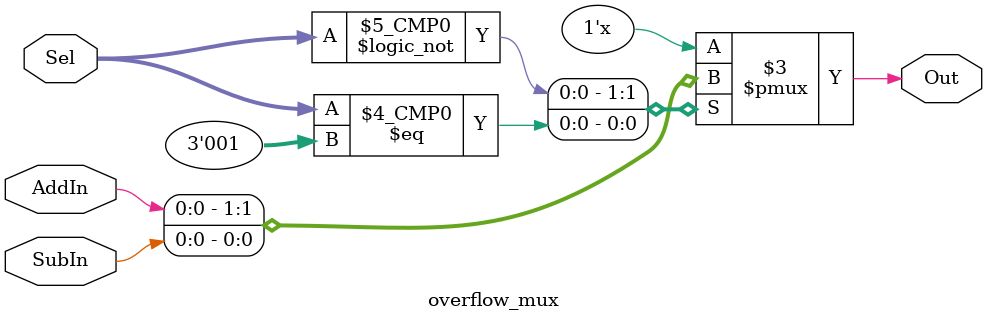
<source format=v>
`timescale 1ns / 1ps

module overflow_mux (Out, Sel, AddIn, SubIn); 

	//The two 2-bit input of the Mux
	input  AddIn, SubIn;
	input [2:0] Sel; //The selection line 
	output reg Out; //The single 2-bit output line of the Mux 


	//This always statement check the state of the input lines 
	always @ (AddIn or SubIn or Sel) begin 
		case (Sel) 
			3'b000 : Out = AddIn; 
			3'b001 : Out = SubIn; 
			default : Out = 1'bx; 
			//If input is undefined then output is undefined 
		endcase 
	end  

endmodule
</source>
